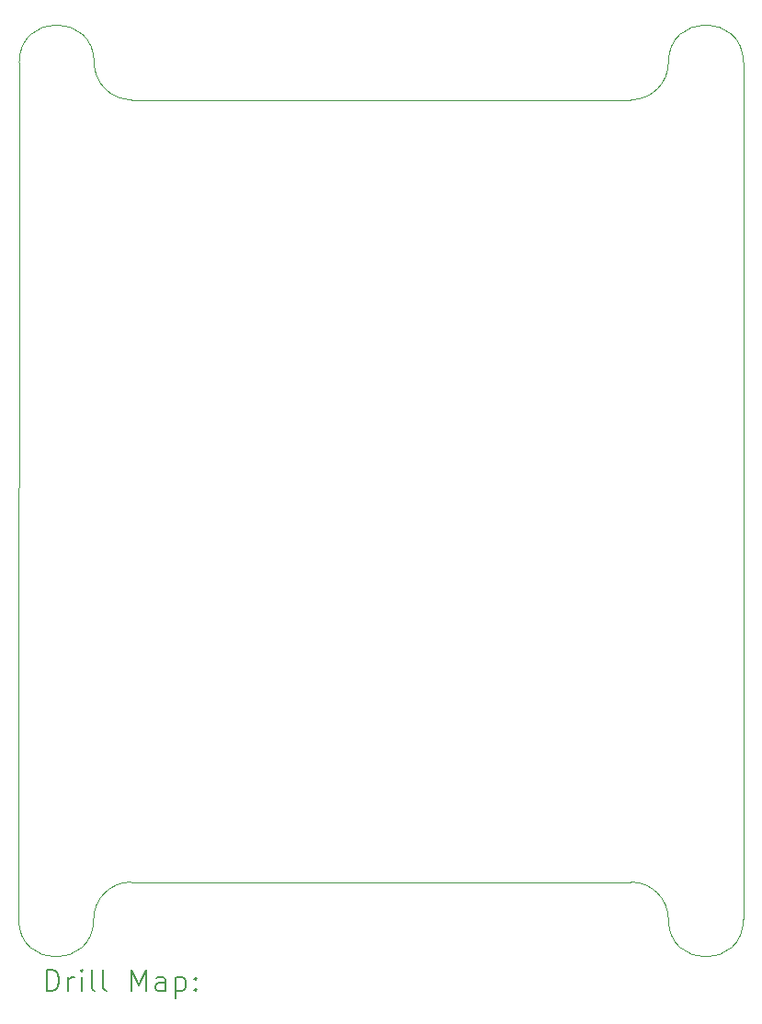
<source format=gbr>
%TF.GenerationSoftware,KiCad,Pcbnew,8.0.3*%
%TF.CreationDate,2024-07-16T23:41:33+08:00*%
%TF.ProjectId,mspm0,6d73706d-302e-46b6-9963-61645f706362,rev?*%
%TF.SameCoordinates,Original*%
%TF.FileFunction,Drillmap*%
%TF.FilePolarity,Positive*%
%FSLAX45Y45*%
G04 Gerber Fmt 4.5, Leading zero omitted, Abs format (unit mm)*
G04 Created by KiCad (PCBNEW 8.0.3) date 2024-07-16 23:41:33*
%MOMM*%
%LPD*%
G01*
G04 APERTURE LIST*
%ADD10C,0.100000*%
%ADD11C,0.200000*%
G04 APERTURE END LIST*
D10*
X18405000Y-10660000D02*
G75*
G02*
X17715000Y-10660000I-345000J0D01*
G01*
X17715000Y-2765000D02*
G75*
G02*
X18405000Y-2765000I345000J0D01*
G01*
X11735000Y-2765000D02*
G75*
G02*
X12425000Y-2765000I345000J0D01*
G01*
X17715000Y-2765000D02*
G75*
G02*
X17370000Y-3110000I-345000J0D01*
G01*
X12420000Y-10660000D02*
G75*
G02*
X11730000Y-10660000I-345000J0D01*
G01*
X12770000Y-3110000D02*
X17370000Y-3110000D01*
X12420000Y-10660000D02*
G75*
G02*
X12765000Y-10315000I345000J0D01*
G01*
X17370000Y-10315000D02*
G75*
G02*
X17715000Y-10660000I0J-345000D01*
G01*
X18405000Y-2765000D02*
X18405000Y-10660000D01*
X12770000Y-3110000D02*
G75*
G02*
X12425000Y-2765000I0J345000D01*
G01*
X17370000Y-10315000D02*
X12765000Y-10315000D01*
X11735000Y-2765000D02*
X11730000Y-10660000D01*
D11*
X11985777Y-11321484D02*
X11985777Y-11121484D01*
X11985777Y-11121484D02*
X12033396Y-11121484D01*
X12033396Y-11121484D02*
X12061967Y-11131008D01*
X12061967Y-11131008D02*
X12081015Y-11150055D01*
X12081015Y-11150055D02*
X12090539Y-11169103D01*
X12090539Y-11169103D02*
X12100062Y-11207198D01*
X12100062Y-11207198D02*
X12100062Y-11235769D01*
X12100062Y-11235769D02*
X12090539Y-11273865D01*
X12090539Y-11273865D02*
X12081015Y-11292912D01*
X12081015Y-11292912D02*
X12061967Y-11311960D01*
X12061967Y-11311960D02*
X12033396Y-11321484D01*
X12033396Y-11321484D02*
X11985777Y-11321484D01*
X12185777Y-11321484D02*
X12185777Y-11188150D01*
X12185777Y-11226246D02*
X12195301Y-11207198D01*
X12195301Y-11207198D02*
X12204824Y-11197674D01*
X12204824Y-11197674D02*
X12223872Y-11188150D01*
X12223872Y-11188150D02*
X12242920Y-11188150D01*
X12309586Y-11321484D02*
X12309586Y-11188150D01*
X12309586Y-11121484D02*
X12300062Y-11131008D01*
X12300062Y-11131008D02*
X12309586Y-11140531D01*
X12309586Y-11140531D02*
X12319110Y-11131008D01*
X12319110Y-11131008D02*
X12309586Y-11121484D01*
X12309586Y-11121484D02*
X12309586Y-11140531D01*
X12433396Y-11321484D02*
X12414348Y-11311960D01*
X12414348Y-11311960D02*
X12404824Y-11292912D01*
X12404824Y-11292912D02*
X12404824Y-11121484D01*
X12538158Y-11321484D02*
X12519110Y-11311960D01*
X12519110Y-11311960D02*
X12509586Y-11292912D01*
X12509586Y-11292912D02*
X12509586Y-11121484D01*
X12766729Y-11321484D02*
X12766729Y-11121484D01*
X12766729Y-11121484D02*
X12833396Y-11264341D01*
X12833396Y-11264341D02*
X12900062Y-11121484D01*
X12900062Y-11121484D02*
X12900062Y-11321484D01*
X13081015Y-11321484D02*
X13081015Y-11216722D01*
X13081015Y-11216722D02*
X13071491Y-11197674D01*
X13071491Y-11197674D02*
X13052443Y-11188150D01*
X13052443Y-11188150D02*
X13014348Y-11188150D01*
X13014348Y-11188150D02*
X12995301Y-11197674D01*
X13081015Y-11311960D02*
X13061967Y-11321484D01*
X13061967Y-11321484D02*
X13014348Y-11321484D01*
X13014348Y-11321484D02*
X12995301Y-11311960D01*
X12995301Y-11311960D02*
X12985777Y-11292912D01*
X12985777Y-11292912D02*
X12985777Y-11273865D01*
X12985777Y-11273865D02*
X12995301Y-11254817D01*
X12995301Y-11254817D02*
X13014348Y-11245293D01*
X13014348Y-11245293D02*
X13061967Y-11245293D01*
X13061967Y-11245293D02*
X13081015Y-11235769D01*
X13176253Y-11188150D02*
X13176253Y-11388150D01*
X13176253Y-11197674D02*
X13195301Y-11188150D01*
X13195301Y-11188150D02*
X13233396Y-11188150D01*
X13233396Y-11188150D02*
X13252443Y-11197674D01*
X13252443Y-11197674D02*
X13261967Y-11207198D01*
X13261967Y-11207198D02*
X13271491Y-11226246D01*
X13271491Y-11226246D02*
X13271491Y-11283388D01*
X13271491Y-11283388D02*
X13261967Y-11302436D01*
X13261967Y-11302436D02*
X13252443Y-11311960D01*
X13252443Y-11311960D02*
X13233396Y-11321484D01*
X13233396Y-11321484D02*
X13195301Y-11321484D01*
X13195301Y-11321484D02*
X13176253Y-11311960D01*
X13357205Y-11302436D02*
X13366729Y-11311960D01*
X13366729Y-11311960D02*
X13357205Y-11321484D01*
X13357205Y-11321484D02*
X13347682Y-11311960D01*
X13347682Y-11311960D02*
X13357205Y-11302436D01*
X13357205Y-11302436D02*
X13357205Y-11321484D01*
X13357205Y-11197674D02*
X13366729Y-11207198D01*
X13366729Y-11207198D02*
X13357205Y-11216722D01*
X13357205Y-11216722D02*
X13347682Y-11207198D01*
X13347682Y-11207198D02*
X13357205Y-11197674D01*
X13357205Y-11197674D02*
X13357205Y-11216722D01*
M02*

</source>
